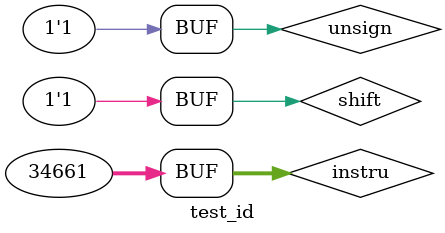
<source format=v>
`timescale 1ns / 1ps
module test_id(

    );
    reg [31:0]instru;
    reg shift,unsign;
    wire [5:0] op,func;
    wire [4:0] rs,rt,rd;
    wire [31:0] ins16_32,ins;
    wire [25:0] ins26;
	IR_Extern test_IR(
		instru,shift,unsign,
		rs,rt,rd,op,func,
		ins16_32,ins26,ins
    );
	initial begin
		instru = 32'h00005678;
		shift = 0;
		unsign = 0;
		#20 unsign = 1;
		#20 shift = 1;
		#20 unsign =0;
		shift = 0;
		instru = 32'h00008765;
		#20 unsign = 1;
		#20 shift = 1;
	end
endmodule

</source>
